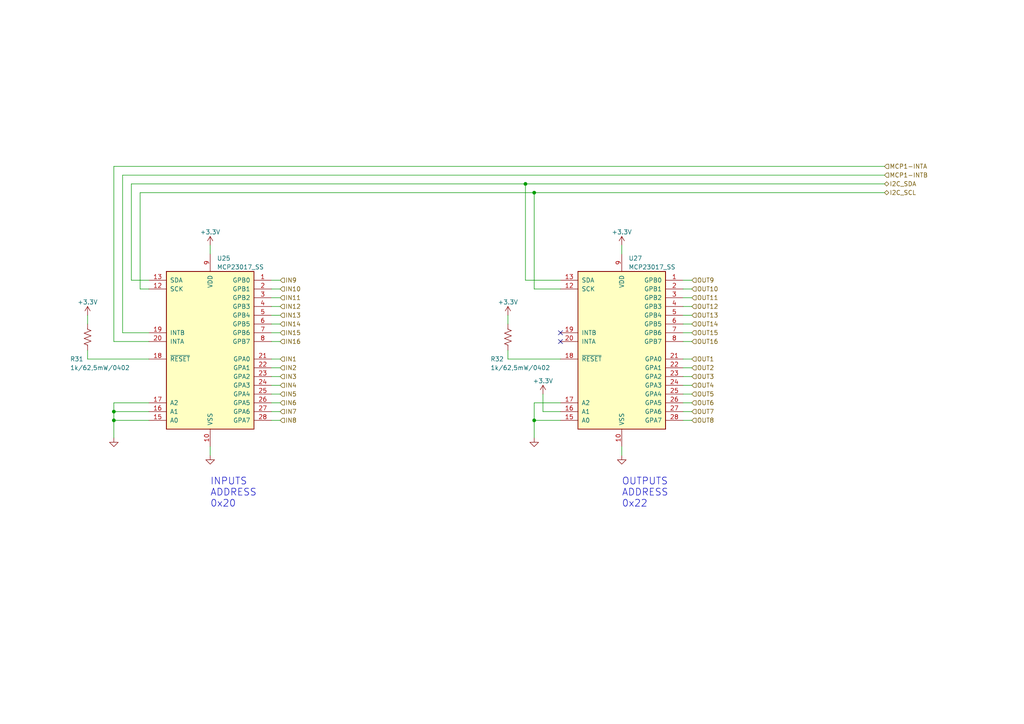
<source format=kicad_sch>
(kicad_sch (version 20230121) (generator eeschema)
  (paper "A4")
  (title_block (title "ESP 16x 24VDC Input 16x 24VDC Output Module") (date "2023-05-05") (rev "V3"))
  (lib_symbols
    (symbol "Device:R_US" (pin_numbers hide) (pin_names (offset 0))
      (property "Reference" "R" (at 2.54 0 90))
      (property "Value" "R_US" (at -2.54 0 90))
      (symbol "R_US_0_1"
        (polyline (pts (xy 0 -2.286) (xy 0 -2.54)))
        (polyline (pts (xy 0 2.286) (xy 0 2.54)))
        (polyline (pts (xy 0 -0.762) (xy 1.016 -1.143) (xy 0 -1.524) (xy -1.016 -1.905) (xy 0 -2.286)))
        (polyline (pts (xy 0 0.762) (xy 1.016 0.381) (xy 0 0) (xy -1.016 -0.381) (xy 0 -0.762)))
        (polyline (pts (xy 0 2.286) (xy 1.016 1.905) (xy 0 1.524) (xy -1.016 1.143) (xy 0 0.762)))
      )
      (symbol "R_US_1_1"
        (pin passive line (at 0 3.81 270) (length 1.27) (name "~") (number "1"))
        (pin passive line (at 0 -3.81 90) (length 1.27) (name "~") (number "2"))
      )
    )
    (symbol "Interface_Expansion:MCP23017_SS" (pin_names (offset 1.016))
      (property "Reference" "U" (at -11.43 24.13 0))
      (property "Value" "MCP23017_SS" (at 0 0 0))
      (symbol "MCP23017_SS_0_1"
        (rectangle (start -12.7 22.86) (end 12.7 -22.86) (stroke (width 0.254)) (fill (type background)))
      )
      (symbol "MCP23017_SS_1_1"
        (pin bidirectional line (at 17.78 20.32 180) (length 5.08) (name "GPB0") (number "1"))
        (pin power_in line (at 0 -27.94 90) (length 5.08) (name "VSS") (number "10"))
        (pin no_connect line (at -12.7 15.24 0) (length 5.08) hide (name "NC") (number "11"))
        (pin input line (at -17.78 17.78 0) (length 5.08) (name "SCK") (number "12"))
        (pin bidirectional line (at -17.78 20.32 0) (length 5.08) (name "SDA") (number "13"))
        (pin no_connect line (at -12.7 12.7 0) (length 5.08) hide (name "NC") (number "14"))
        (pin input line (at -17.78 -20.32 0) (length 5.08) (name "A0") (number "15"))
        (pin input line (at -17.78 -17.78 0) (length 5.08) (name "A1") (number "16"))
        (pin input line (at -17.78 -15.24 0) (length 5.08) (name "A2") (number "17"))
        (pin input line (at -17.78 -2.54 0) (length 5.08) (name "~{RESET}") (number "18"))
        (pin tri_state line (at -17.78 5.08 0) (length 5.08) (name "INTB") (number "19"))
        (pin bidirectional line (at 17.78 17.78 180) (length 5.08) (name "GPB1") (number "2"))
        (pin tri_state line (at -17.78 2.54 0) (length 5.08) (name "INTA") (number "20"))
        (pin bidirectional line (at 17.78 -2.54 180) (length 5.08) (name "GPA0") (number "21"))
        (pin bidirectional line (at 17.78 -5.08 180) (length 5.08) (name "GPA1") (number "22"))
        (pin bidirectional line (at 17.78 -7.62 180) (length 5.08) (name "GPA2") (number "23"))
        (pin bidirectional line (at 17.78 -10.16 180) (length 5.08) (name "GPA3") (number "24"))
        (pin bidirectional line (at 17.78 -12.7 180) (length 5.08) (name "GPA4") (number "25"))
        (pin bidirectional line (at 17.78 -15.24 180) (length 5.08) (name "GPA5") (number "26"))
        (pin bidirectional line (at 17.78 -17.78 180) (length 5.08) (name "GPA6") (number "27"))
        (pin bidirectional line (at 17.78 -20.32 180) (length 5.08) (name "GPA7") (number "28"))
        (pin bidirectional line (at 17.78 15.24 180) (length 5.08) (name "GPB2") (number "3"))
        (pin bidirectional line (at 17.78 12.7 180) (length 5.08) (name "GPB3") (number "4"))
        (pin bidirectional line (at 17.78 10.16 180) (length 5.08) (name "GPB4") (number "5"))
        (pin bidirectional line (at 17.78 7.62 180) (length 5.08) (name "GPB5") (number "6"))
        (pin bidirectional line (at 17.78 5.08 180) (length 5.08) (name "GPB6") (number "7"))
        (pin bidirectional line (at 17.78 2.54 180) (length 5.08) (name "GPB7") (number "8"))
        (pin power_in line (at 0 27.94 270) (length 5.08) (name "VDD") (number "9"))
      )
    )
    (symbol "power:+3.3V" (power) (pin_names (offset 0))
      (property "Value" "+3.3V" (at 0 3.556 0))
      (symbol "+3.3V_0_1"
        (polyline (pts (xy -0.762 1.27) (xy 0 2.54)))
        (polyline (pts (xy 0 0) (xy 0 2.54)))
        (polyline (pts (xy 0 2.54) (xy 0.762 1.27)))
      )
      (symbol "+3.3V_1_1"
        (pin power_in line (at 0 0 90) (length 0) hide (name "+3.3V") (number "1"))
      )
    )
    (symbol "power:GND" (power) (pin_names (offset 0))
      (property "Value" "GND" (at 0 -3.81 0))
      (symbol "GND_0_1"
        (polyline (pts (xy 0 0) (xy 0 -1.27) (xy 1.27 -1.27) (xy 0 -2.54) (xy -1.27 -1.27) (xy 0 -1.27)))
      )
      (symbol "GND_1_1"
        (pin power_in line (at 0 0 270) (length 0) hide (name "GND") (number "1"))
      )
    )
  )
  (junction (at 154.94 55.88))
  (junction (at 33.02 119.38))
  (junction (at 154.94 121.92))
  (junction (at 33.02 121.92))
  (junction (at 152.4 53.34))
  (no_connect (at 162.56 99.06))
  (no_connect (at 162.56 96.52))
  (wire (pts (xy 40.64 83.82) (xy 40.64 55.88)))
  (wire (pts (xy 81.28 96.52) (xy 78.74 96.52)))
  (wire (pts (xy 25.4 101.6) (xy 25.4 104.14)))
  (wire (pts (xy 38.1 53.34) (xy 152.4 53.34)))
  (wire (pts (xy 162.56 81.28) (xy 152.4 81.28)))
  (wire (pts (xy 33.02 121.92) (xy 43.18 121.92)))
  (wire (pts (xy 81.28 116.84) (xy 78.74 116.84)))
  (wire (pts (xy 81.28 104.14) (xy 78.74 104.14)))
  (wire (pts (xy 33.02 127) (xy 33.02 121.92)))
  (wire (pts (xy 152.4 81.28) (xy 152.4 53.34)))
  (wire (pts (xy 162.56 83.82) (xy 154.94 83.82)))
  (wire (pts (xy 81.28 109.22) (xy 78.74 109.22)))
  (wire (pts (xy 81.28 111.76) (xy 78.74 111.76)))
  (wire (pts (xy 33.02 99.06) (xy 43.18 99.06)))
  (wire (pts (xy 35.56 96.52) (xy 43.18 96.52)))
  (wire (pts (xy 43.18 119.38) (xy 33.02 119.38)))
  (wire (pts (xy 81.28 121.92) (xy 78.74 121.92)))
  (wire (pts (xy 200.66 106.68) (xy 198.12 106.68)))
  (wire (pts (xy 154.94 55.88) (xy 256.54 55.88)))
  (wire (pts (xy 60.96 129.54) (xy 60.96 132.08)))
  (wire (pts (xy 81.28 119.38) (xy 78.74 119.38)))
  (wire (pts (xy 147.32 104.14) (xy 162.56 104.14)))
  (wire (pts (xy 162.56 119.38) (xy 157.48 119.38)))
  (wire (pts (xy 33.02 119.38) (xy 33.02 121.92)))
  (wire (pts (xy 60.96 71.12) (xy 60.96 73.66)))
  (wire (pts (xy 81.28 106.68) (xy 78.74 106.68)))
  (wire (pts (xy 200.66 114.3) (xy 198.12 114.3)))
  (wire (pts (xy 200.66 96.52) (xy 198.12 96.52)))
  (wire (pts (xy 200.66 121.92) (xy 198.12 121.92)))
  (wire (pts (xy 81.28 93.98) (xy 78.74 93.98)))
  (wire (pts (xy 147.32 101.6) (xy 147.32 104.14)))
  (wire (pts (xy 33.02 99.06) (xy 33.02 48.26)))
  (wire (pts (xy 200.66 88.9) (xy 198.12 88.9)))
  (wire (pts (xy 200.66 83.82) (xy 198.12 83.82)))
  (wire (pts (xy 154.94 127) (xy 154.94 121.92)))
  (wire (pts (xy 81.28 114.3) (xy 78.74 114.3)))
  (wire (pts (xy 200.66 109.22) (xy 198.12 109.22)))
  (wire (pts (xy 154.94 83.82) (xy 154.94 55.88)))
  (wire (pts (xy 43.18 83.82) (xy 40.64 83.82)))
  (wire (pts (xy 154.94 121.92) (xy 162.56 121.92)))
  (wire (pts (xy 81.28 88.9) (xy 78.74 88.9)))
  (wire (pts (xy 200.66 93.98) (xy 198.12 93.98)))
  (wire (pts (xy 157.48 119.38) (xy 157.48 114.3)))
  (wire (pts (xy 200.66 104.14) (xy 198.12 104.14)))
  (wire (pts (xy 180.34 71.12) (xy 180.34 73.66)))
  (wire (pts (xy 162.56 116.84) (xy 154.94 116.84)))
  (wire (pts (xy 43.18 116.84) (xy 33.02 116.84)))
  (wire (pts (xy 25.4 91.44) (xy 25.4 93.98)))
  (wire (pts (xy 81.28 81.28) (xy 78.74 81.28)))
  (wire (pts (xy 81.28 91.44) (xy 78.74 91.44)))
  (wire (pts (xy 35.56 96.52) (xy 35.56 50.8)))
  (wire (pts (xy 25.4 104.14) (xy 43.18 104.14)))
  (wire (pts (xy 200.66 91.44) (xy 198.12 91.44)))
  (wire (pts (xy 81.28 86.36) (xy 78.74 86.36)))
  (wire (pts (xy 40.64 55.88) (xy 154.94 55.88)))
  (wire (pts (xy 180.34 129.54) (xy 180.34 132.08)))
  (wire (pts (xy 35.56 50.8) (xy 256.54 50.8)))
  (wire (pts (xy 154.94 116.84) (xy 154.94 121.92)))
  (wire (pts (xy 81.28 99.06) (xy 78.74 99.06)))
  (wire (pts (xy 81.28 83.82) (xy 78.74 83.82)))
  (wire (pts (xy 200.66 111.76) (xy 198.12 111.76)))
  (wire (pts (xy 147.32 91.44) (xy 147.32 93.98)))
  (wire (pts (xy 200.66 81.28) (xy 198.12 81.28)))
  (wire (pts (xy 152.4 53.34) (xy 256.54 53.34)))
  (wire (pts (xy 200.66 99.06) (xy 198.12 99.06)))
  (wire (pts (xy 200.66 86.36) (xy 198.12 86.36)))
  (wire (pts (xy 200.66 119.38) (xy 198.12 119.38)))
  (wire (pts (xy 33.02 48.26) (xy 256.54 48.26)))
  (wire (pts (xy 33.02 116.84) (xy 33.02 119.38)))
  (wire (pts (xy 38.1 81.28) (xy 38.1 53.34)))
  (wire (pts (xy 200.66 116.84) (xy 198.12 116.84)))
  (wire (pts (xy 43.18 81.28) (xy 38.1 81.28)))
  (text "OUTPUTS\nADDRESS\n0x22" (at 180.34 147.32 0) (effects (font (size 2 2)) (justify left bottom)))
  (text "INPUTS\nADDRESS\n0x20" (at 60.96 147.32 0) (effects (font (size 2 2)) (justify left bottom)))
  (hierarchical_label "IN1" (shape input) (at 81.28 104.14 0))
  (hierarchical_label "I2C_SDA" (shape bidirectional) (at 256.54 53.34 0))
  (hierarchical_label "OUT8" (shape input) (at 200.66 121.92 0))
  (hierarchical_label "OUT14" (shape input) (at 200.66 93.98 0))
  (hierarchical_label "IN10" (shape input) (at 81.28 83.82 0))
  (hierarchical_label "OUT4" (shape input) (at 200.66 111.76 0))
  (hierarchical_label "OUT13" (shape input) (at 200.66 91.44 0))
  (hierarchical_label "OUT2" (shape input) (at 200.66 106.68 0))
  (hierarchical_label "OUT7" (shape input) (at 200.66 119.38 0))
  (hierarchical_label "IN14" (shape input) (at 81.28 93.98 0))
  (hierarchical_label "OUT16" (shape input) (at 200.66 99.06 0))
  (hierarchical_label "IN5" (shape input) (at 81.28 114.3 0))
  (hierarchical_label "OUT1" (shape input) (at 200.66 104.14 0))
  (hierarchical_label "IN15" (shape input) (at 81.28 96.52 0))
  (hierarchical_label "IN2" (shape input) (at 81.28 106.68 0))
  (hierarchical_label "OUT12" (shape input) (at 200.66 88.9 0))
  (hierarchical_label "IN3" (shape input) (at 81.28 109.22 0))
  (hierarchical_label "IN11" (shape input) (at 81.28 86.36 0))
  (hierarchical_label "IN16" (shape input) (at 81.28 99.06 0))
  (hierarchical_label "I2C_SCL" (shape bidirectional) (at 256.54 55.88 0))
  (hierarchical_label "IN8" (shape input) (at 81.28 121.92 0))
  (hierarchical_label "OUT6" (shape input) (at 200.66 116.84 0))
  (hierarchical_label "OUT15" (shape input) (at 200.66 96.52 0))
  (hierarchical_label "IN4" (shape input) (at 81.28 111.76 0))
  (hierarchical_label "IN13" (shape input) (at 81.28 91.44 0))
  (hierarchical_label "OUT11" (shape input) (at 200.66 86.36 0))
  (hierarchical_label "MCP1-INTA" (shape input) (at 256.54 48.26 0))
  (hierarchical_label "OUT9" (shape input) (at 200.66 81.28 0))
  (hierarchical_label "IN6" (shape input) (at 81.28 116.84 0))
  (hierarchical_label "MCP1-INTB" (shape input) (at 256.54 50.8 0))
  (hierarchical_label "IN7" (shape input) (at 81.28 119.38 0))
  (hierarchical_label "OUT5" (shape input) (at 200.66 114.3 0))
  (hierarchical_label "OUT3" (shape input) (at 200.66 109.22 0))
  (hierarchical_label "IN12" (shape input) (at 81.28 88.9 0))
  (hierarchical_label "OUT10" (shape input) (at 200.66 83.82 0))
  (hierarchical_label "IN9" (shape input) (at 81.28 81.28 0))
  (symbol (lib_id "Interface_Expansion:MCP23017_SS") (at 60.96 101.6 0) (unit 1)
    (property "Reference" "U25" (at 62.9159 74.93 0) (effects (justify left)))
    (property "Value" "MCP23017_SS" (at 62.9159 77.47 0) (effects (justify left)))
    (property "Footprint" "Tales:SSOP-28_5.3x10.2mm_P0.65mm" (effects hide))
    (property "Datasheet" "http://ww1.microchip.com/downloads/en/DeviceDoc/20001952C.pdf" (effects hide))
    (property "JLCPCB BOM" "1" (effects hide))
    (property "Case" "SSOP-28-5.3" (effects hide))
    (property "LCSC Part #" "C558584" (effects hide))
    (property "Mfr" "Microchip" (effects hide))
    (property "Mfr PN" "MCP23017T-E/SS" (effects hide))
    (property "Vendor" "JLCPCB" (effects hide))
    (property "Vendor PN" "C558584" (effects hide))
    (instances (project "ESP-24v-16ch-V3" (path "" (reference "U25") (unit 1)) (path "" (reference "U6") (unit 1))))
  )
  (symbol (lib_id "power:GND") (at 154.94 127 0) (unit 1)
    (property "Reference" "#PWR0156" (effects hide))
    (property "Value" "GNDREF" (effects hide))
    (instances (project "ESP-24v-16ch-V3" (path "" (reference "#PWR0156") (unit 1)) (path "" (reference "#PWR069") (unit 1))))
  )
  (symbol (lib_id "power:+3.3V") (at 180.34 71.12 0) (unit 1)
    (property "Reference" "#PWR0157" (effects hide))
    (property "Value" "+3.3V" (at 180.34 67.31 0))
    (instances (project "ESP-24v-16ch-V3" (path "" (reference "#PWR0157") (unit 1)) (path "" (reference "#PWR071") (unit 1))))
  )
  (symbol (lib_id "Device:R_US") (at 25.4 97.79 0) (unit 1)
    (property "Reference" "R31" (at 20.32 104.14 0) (effects (justify left)))
    (property "Value" "1k/62,5mW/0402" (at 20.32 106.68 0) (effects (justify left)))
    (property "Footprint" "Tales:R_0402_1005Metric" (effects hide))
    (property "Case" "0402/1005" (effects hide))
    (property "LCSC Part #" "C11702" (effects hide))
    (property "Mfr" "Uniroyal" (effects hide))
    (property "Mfr PN" "0402WGF1001TCE" (effects hide))
    (property "Vendor" "JLCPCB" (effects hide))
    (property "Vendor PN" "C11702" (effects hide))
    (property "JLCPCB BOM" "1" (effects hide))
  )
  (symbol (lib_id "power:GND") (at 33.02 127 0) (unit 1)
    (property "Reference" "#PWR0156" (effects hide))
    (property "Value" "GNDREF" (effects hide))
    (instances (project "ESP-24v-16ch-V3" (path "" (reference "#PWR0156") (unit 1)) (path "" (reference "#PWR065") (unit 1))))
  )
  (symbol (lib_id "power:+3.3V") (at 147.32 91.44 0) (unit 1)
    (property "Reference" "#PWR0162" (effects hide))
    (property "Value" "+3.3V" (at 147.32 87.63 0))
    (instances (project "ESP-24v-16ch-V3" (path "" (reference "#PWR0162") (unit 1)) (path "" (reference "#PWR068") (unit 1))))
  )
  (symbol (lib_id "Interface_Expansion:MCP23017_SS") (at 180.34 101.6 0) (unit 1)
    (property "Reference" "U27" (at 182.2959 74.93 0) (effects (justify left)))
    (property "Value" "MCP23017_SS" (at 182.2959 77.47 0) (effects (justify left)))
    (property "Footprint" "Tales:SSOP-28_5.3x10.2mm_P0.65mm" (effects hide))
    (property "Datasheet" "http://ww1.microchip.com/downloads/en/DeviceDoc/20001952C.pdf" (effects hide))
    (property "JLCPCB BOM" "1" (effects hide))
    (property "Case" "SSOP-28-5.3" (effects hide))
    (property "LCSC Part #" "C558584" (effects hide))
    (property "Mfr" "Microchip" (effects hide))
    (property "Mfr PN" "MCP23017T-E/SS" (effects hide))
    (property "Vendor" "JLCPCB" (effects hide))
    (property "Vendor PN" "C558584" (effects hide))
    (instances (project "ESP-24v-16ch-V3" (path "" (reference "U27") (unit 1)) (path "" (reference "U7") (unit 1))))
  )
  (symbol (lib_id "power:+3.3V") (at 157.48 114.3 0) (unit 1)
    (property "Reference" "#PWR0165" (effects hide))
    (property "Value" "+3.3V" (at 157.48 110.49 0))
    (instances (project "ESP-24v-16ch-V3" (path "" (reference "#PWR0165") (unit 1)) (path "" (reference "#PWR070") (unit 1))))
  )
  (symbol (lib_id "power:+3.3V") (at 25.4 91.44 0) (unit 1)
    (property "Reference" "#PWR0162" (effects hide))
    (property "Value" "+3.3V" (at 25.4 87.63 0))
    (instances (project "ESP-24v-16ch-V3" (path "" (reference "#PWR0162") (unit 1)) (path "" (reference "#PWR064") (unit 1))))
  )
  (symbol (lib_id "power:GND") (at 60.96 132.08 0) (unit 1)
    (property "Reference" "#PWR0156" (effects hide))
    (property "Value" "GNDREF" (effects hide))
    (instances (project "ESP-24v-16ch-V3" (path "" (reference "#PWR0156") (unit 1)) (path "" (reference "#PWR067") (unit 1))))
  )
  (symbol (lib_id "power:GND") (at 180.34 132.08 0) (unit 1)
    (property "Reference" "#PWR0161" (effects hide))
    (property "Value" "GNDREF" (effects hide))
    (instances (project "ESP-24v-16ch-V3" (path "" (reference "#PWR0161") (unit 1)) (path "" (reference "#PWR072") (unit 1))))
  )
  (symbol (lib_id "Device:R_US") (at 147.32 97.79 0) (unit 1)
    (property "Reference" "R32" (at 142.24 104.14 0) (effects (justify left)))
    (property "Value" "1k/62,5mW/0402" (at 142.24 106.68 0) (effects (justify left)))
    (property "Footprint" "Tales:R_0402_1005Metric" (effects hide))
    (property "Case" "0402/1005" (effects hide))
    (property "LCSC Part #" "C11702" (effects hide))
    (property "Mfr" "Uniroyal" (effects hide))
    (property "Mfr PN" "0402WGF1001TCE" (effects hide))
    (property "Vendor" "JLCPCB" (effects hide))
    (property "Vendor PN" "C11702" (effects hide))
    (property "JLCPCB BOM" "1" (effects hide))
  )
  (symbol (lib_id "power:+3.3V") (at 60.96 71.12 0) (unit 1)
    (property "Reference" "#PWR0162" (effects hide))
    (property "Value" "+3.3V" (at 60.96 67.31 0))
    (instances (project "ESP-24v-16ch-V3" (path "" (reference "#PWR0162") (unit 1)) (path "" (reference "#PWR066") (unit 1))))
  )
)
</source>
